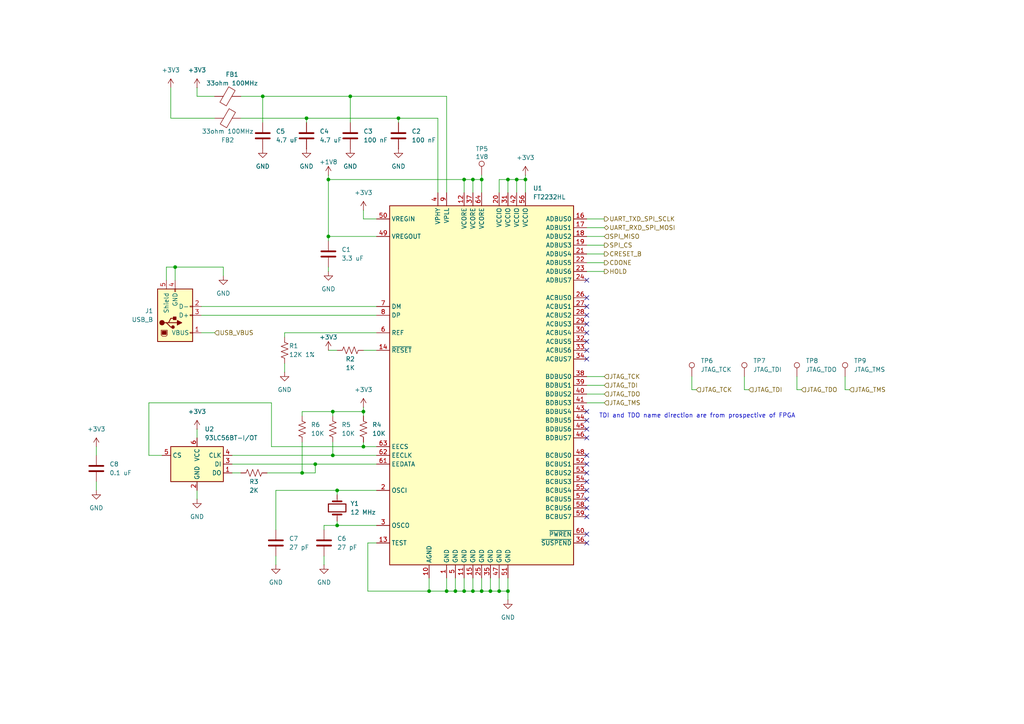
<source format=kicad_sch>
(kicad_sch (version 20231120) (generator "eeschema") (generator_version "8.0")
  (paper "A4")
  (lib_symbols
    (symbol "Connector:TestPoint" (pin_numbers hide) (pin_names (offset 0.762) hide)
      (property "Reference" "TP" (at 0 6.858 0))
      (property "Value" "TestPoint" (at 0 5.08 0))
      (symbol "TestPoint_0_1"
        (circle (center 0 3.302) (radius 0.762))
      )
      (symbol "TestPoint_1_1"
        (pin passive line (at 0 0 90) (length 2.54) (name "1") (number "1"))
      )
    )
    (symbol "Connector:USB_B" (pin_names (offset 1.016))
      (property "Reference" "J" (at -5.08 11.43 0))
      (property "Value" "USB_B" (at -5.08 8.89 0))
      (symbol "USB_B_0_1"
        (rectangle (start -5.08 -7.62) (end 5.08 7.62) (stroke (width 0.254)) (fill (type background)))
        (circle (center -3.81 2.159) (radius 0.635) (stroke (width 0.254)) (fill (type outline)))
        (rectangle (start -3.81 5.588) (end -2.54 4.572) (fill (type outline)))
        (circle (center -0.635 3.429) (radius 0.381) (stroke (width 0.254)) (fill (type outline)))
        (rectangle (start -0.127 -7.62) (end 0.127 -6.858))
        (polyline (pts (xy -1.905 2.159) (xy 0.635 2.159)) (stroke (width 0.254)))
        (polyline (pts (xy -3.175 2.159) (xy -2.54 2.159) (xy -1.27 3.429) (xy -0.635 3.429)) (stroke (width 0.254)))
        (polyline (pts (xy -2.54 2.159) (xy -1.905 2.159) (xy -1.27 0.889) (xy 0 0.889)) (stroke (width 0.254)))
        (polyline (pts (xy 0.635 2.794) (xy 0.635 1.524) (xy 1.905 2.159) (xy 0.635 2.794)) (stroke (width 0.254)) (fill (type outline)))
        (polyline (pts (xy -4.064 4.318) (xy -2.286 4.318) (xy -2.286 5.715) (xy -2.667 6.096) (xy -3.683 6.096) (xy -4.064 5.715) (xy -4.064 4.318)))
        (rectangle (start 0.254 1.27) (end -0.508 0.508) (stroke (width 0.254)) (fill (type outline)))
        (rectangle (start 5.08 -2.667) (end 4.318 -2.413))
        (rectangle (start 5.08 -0.127) (end 4.318 0.127))
        (rectangle (start 5.08 4.953) (end 4.318 5.207))
      )
      (symbol "USB_B_1_1"
        (pin power_out line (at 7.62 5.08 180) (length 2.54) (name "VBUS") (number "1"))
        (pin bidirectional line (at 7.62 -2.54 180) (length 2.54) (name "D-") (number "2"))
        (pin bidirectional line (at 7.62 0 180) (length 2.54) (name "D+") (number "3"))
        (pin power_out line (at 0 -10.16 90) (length 2.54) (name "GND") (number "4"))
        (pin passive line (at -2.54 -10.16 90) (length 2.54) (name "Shield") (number "5"))
      )
    )
    (symbol "Device:C" (pin_numbers hide) (pin_names (offset 0.254))
      (property "Reference" "C" (at 0.635 2.54 0))
      (property "Value" "C" (at 0.635 -2.54 0))
      (symbol "C_0_1"
        (polyline (pts (xy -2.032 -0.762) (xy 2.032 -0.762)) (stroke (width 0.508)))
        (polyline (pts (xy -2.032 0.762) (xy 2.032 0.762)) (stroke (width 0.508)))
      )
      (symbol "C_1_1"
        (pin passive line (at 0 3.81 270) (length 2.794) (name "~") (number "1"))
        (pin passive line (at 0 -3.81 90) (length 2.794) (name "~") (number "2"))
      )
    )
    (symbol "Device:Crystal" (pin_numbers hide) (pin_names (offset 1.016) hide)
      (property "Reference" "Y" (at 0 3.81 0))
      (property "Value" "Crystal" (at 0 -3.81 0))
      (symbol "Crystal_0_1"
        (rectangle (start -1.143 2.54) (end 1.143 -2.54) (stroke (width 0.3048)))
        (polyline (pts (xy -2.54 0) (xy -1.905 0)))
        (polyline (pts (xy -1.905 -1.27) (xy -1.905 1.27)) (stroke (width 0.508)))
        (polyline (pts (xy 1.905 -1.27) (xy 1.905 1.27)) (stroke (width 0.508)))
        (polyline (pts (xy 2.54 0) (xy 1.905 0)))
      )
      (symbol "Crystal_1_1"
        (pin passive line (at -3.81 0 0) (length 1.27) (name "1") (number "1"))
        (pin passive line (at 3.81 0 180) (length 1.27) (name "2") (number "2"))
      )
    )
    (symbol "Device:FerriteBead" (pin_numbers hide) (pin_names (offset 0))
      (property "Reference" "FB" (at -3.81 0.635 90))
      (property "Value" "FerriteBead" (at 3.81 0 90))
      (symbol "FerriteBead_0_1"
        (polyline (pts (xy 0 -1.27) (xy 0 -1.2192)))
        (polyline (pts (xy 0 1.27) (xy 0 1.2954)))
        (polyline (pts (xy -2.7686 0.4064) (xy -1.7018 2.2606) (xy 2.7686 -0.3048) (xy 1.6764 -2.159) (xy -2.7686 0.4064)))
      )
      (symbol "FerriteBead_1_1"
        (pin passive line (at 0 3.81 270) (length 2.54) (name "~") (number "1"))
        (pin passive line (at 0 -3.81 90) (length 2.54) (name "~") (number "2"))
      )
    )
    (symbol "Device:R_US" (pin_numbers hide) (pin_names (offset 0))
      (property "Reference" "R" (at 2.54 0 90))
      (property "Value" "R_US" (at -2.54 0 90))
      (symbol "R_US_0_1"
        (polyline (pts (xy 0 -2.286) (xy 0 -2.54)))
        (polyline (pts (xy 0 2.286) (xy 0 2.54)))
        (polyline (pts (xy 0 -0.762) (xy 1.016 -1.143) (xy 0 -1.524) (xy -1.016 -1.905) (xy 0 -2.286)))
        (polyline (pts (xy 0 0.762) (xy 1.016 0.381) (xy 0 0) (xy -1.016 -0.381) (xy 0 -0.762)))
        (polyline (pts (xy 0 2.286) (xy 1.016 1.905) (xy 0 1.524) (xy -1.016 1.143) (xy 0 0.762)))
      )
      (symbol "R_US_1_1"
        (pin passive line (at 0 3.81 270) (length 1.27) (name "~") (number "1"))
        (pin passive line (at 0 -3.81 90) (length 1.27) (name "~") (number "2"))
      )
    )
    (symbol "Interface_USB:FT2232HL"
      (property "Reference" "U" (at -26.67 53.34 0))
      (property "Value" "FT2232HL" (at 19.05 53.34 0))
      (symbol "FT2232HL_0_1"
        (rectangle (start -26.67 -52.07) (end 26.67 52.07) (stroke (width 0.254)) (fill (type background)))
      )
      (symbol "FT2232HL_1_1"
        (pin power_in line (at -10.16 -55.88 90) (length 3.81) (name "GND") (number "1"))
        (pin power_in line (at -15.24 -55.88 90) (length 3.81) (name "AGND") (number "10"))
        (pin power_in line (at -5.08 -55.88 90) (length 3.81) (name "GND") (number "11"))
        (pin power_in line (at -5.08 55.88 270) (length 3.81) (name "VCORE") (number "12"))
        (pin input line (at -30.48 -45.72 0) (length 3.81) (name "TEST") (number "13"))
        (pin input line (at -30.48 10.16 0) (length 3.81) (name "~{RESET}") (number "14"))
        (pin power_in line (at -2.54 -55.88 90) (length 3.81) (name "GND") (number "15"))
        (pin bidirectional line (at 30.48 48.26 180) (length 3.81) (name "ADBUS0") (number "16"))
        (pin bidirectional line (at 30.48 45.72 180) (length 3.81) (name "ADBUS1") (number "17"))
        (pin bidirectional line (at 30.48 43.18 180) (length 3.81) (name "ADBUS2") (number "18"))
        (pin bidirectional line (at 30.48 40.64 180) (length 3.81) (name "ADBUS3") (number "19"))
        (pin input line (at -30.48 -30.48 0) (length 3.81) (name "OSCI") (number "2"))
        (pin power_in line (at 5.08 55.88 270) (length 3.81) (name "VCCIO") (number "20"))
        (pin bidirectional line (at 30.48 38.1 180) (length 3.81) (name "ADBUS4") (number "21"))
        (pin bidirectional line (at 30.48 35.56 180) (length 3.81) (name "ADBUS5") (number "22"))
        (pin bidirectional line (at 30.48 33.02 180) (length 3.81) (name "ADBUS6") (number "23"))
        (pin bidirectional line (at 30.48 30.48 180) (length 3.81) (name "ADBUS7") (number "24"))
        (pin power_in line (at 0 -55.88 90) (length 3.81) (name "GND") (number "25"))
        (pin bidirectional line (at 30.48 25.4 180) (length 3.81) (name "ACBUS0") (number "26"))
        (pin bidirectional line (at 30.48 22.86 180) (length 3.81) (name "ACBUS1") (number "27"))
        (pin bidirectional line (at 30.48 20.32 180) (length 3.81) (name "ACBUS2") (number "28"))
        (pin bidirectional line (at 30.48 17.78 180) (length 3.81) (name "ACBUS3") (number "29"))
        (pin output line (at -30.48 -40.64 0) (length 3.81) (name "OSCO") (number "3"))
        (pin bidirectional line (at 30.48 15.24 180) (length 3.81) (name "ACBUS4") (number "30"))
        (pin power_in line (at 7.62 55.88 270) (length 3.81) (name "VCCIO") (number "31"))
        (pin bidirectional line (at 30.48 12.7 180) (length 3.81) (name "ACBUS5") (number "32"))
        (pin bidirectional line (at 30.48 10.16 180) (length 3.81) (name "ACBUS6") (number "33"))
        (pin bidirectional line (at 30.48 7.62 180) (length 3.81) (name "ACBUS7") (number "34"))
        (pin power_in line (at 2.54 -55.88 90) (length 3.81) (name "GND") (number "35"))
        (pin output line (at 30.48 -45.72 180) (length 3.81) (name "~{SUSPEND}") (number "36"))
        (pin power_in line (at -2.54 55.88 270) (length 3.81) (name "VCORE") (number "37"))
        (pin bidirectional line (at 30.48 2.54 180) (length 3.81) (name "BDBUS0") (number "38"))
        (pin bidirectional line (at 30.48 0 180) (length 3.81) (name "BDBUS1") (number "39"))
        (pin power_in line (at -12.7 55.88 270) (length 3.81) (name "VPHY") (number "4"))
        (pin bidirectional line (at 30.48 -2.54 180) (length 3.81) (name "BDBUS2") (number "40"))
        (pin bidirectional line (at 30.48 -5.08 180) (length 3.81) (name "BDBUS3") (number "41"))
        (pin power_in line (at 10.16 55.88 270) (length 3.81) (name "VCCIO") (number "42"))
        (pin bidirectional line (at 30.48 -7.62 180) (length 3.81) (name "BDBUS4") (number "43"))
        (pin bidirectional line (at 30.48 -10.16 180) (length 3.81) (name "BDBUS5") (number "44"))
        (pin bidirectional line (at 30.48 -12.7 180) (length 3.81) (name "BDBUS6") (number "45"))
        (pin bidirectional line (at 30.48 -15.24 180) (length 3.81) (name "BDBUS7") (number "46"))
        (pin power_in line (at 5.08 -55.88 90) (length 3.81) (name "GND") (number "47"))
        (pin bidirectional line (at 30.48 -20.32 180) (length 3.81) (name "BCBUS0") (number "48"))
        (pin power_out line (at -30.48 43.18 0) (length 3.81) (name "VREGOUT") (number "49"))
        (pin power_in line (at -7.62 -55.88 90) (length 3.81) (name "GND") (number "5"))
        (pin power_in line (at -30.48 48.26 0) (length 3.81) (name "VREGIN") (number "50"))
        (pin power_in line (at 7.62 -55.88 90) (length 3.81) (name "GND") (number "51"))
        (pin bidirectional line (at 30.48 -22.86 180) (length 3.81) (name "BCBUS1") (number "52"))
        (pin bidirectional line (at 30.48 -25.4 180) (length 3.81) (name "BCBUS2") (number "53"))
        (pin bidirectional line (at 30.48 -27.94 180) (length 3.81) (name "BCBUS3") (number "54"))
        (pin bidirectional line (at 30.48 -30.48 180) (length 3.81) (name "BCBUS4") (number "55"))
        (pin power_in line (at 12.7 55.88 270) (length 3.81) (name "VCCIO") (number "56"))
        (pin bidirectional line (at 30.48 -33.02 180) (length 3.81) (name "BCBUS5") (number "57"))
        (pin bidirectional line (at 30.48 -35.56 180) (length 3.81) (name "BCBUS6") (number "58"))
        (pin bidirectional line (at 30.48 -38.1 180) (length 3.81) (name "BCBUS7") (number "59"))
        (pin output line (at -30.48 15.24 0) (length 3.81) (name "REF") (number "6"))
        (pin output line (at 30.48 -43.18 180) (length 3.81) (name "~{PWREN}") (number "60"))
        (pin bidirectional line (at -30.48 -22.86 0) (length 3.81) (name "EEDATA") (number "61"))
        (pin output line (at -30.48 -20.32 0) (length 3.81) (name "EECLK") (number "62"))
        (pin output line (at -30.48 -17.78 0) (length 3.81) (name "EECS") (number "63"))
        (pin power_in line (at 0 55.88 270) (length 3.81) (name "VCORE") (number "64"))
        (pin bidirectional line (at -30.48 22.86 0) (length 3.81) (name "DM") (number "7"))
        (pin bidirectional line (at -30.48 20.32 0) (length 3.81) (name "DP") (number "8"))
        (pin input line (at -10.16 55.88 270) (length 3.81) (name "VPLL") (number "9"))
      )
    )
    (symbol "Memory_EEPROM:93LCxxBxxOT"
      (property "Reference" "U" (at -6.35 6.35 0))
      (property "Value" "93LCxxBxxOT" (at 7.62 -6.35 0))
      (symbol "93LCxxBxxOT_0_1"
        (rectangle (start -7.62 5.08) (end 7.62 -5.08) (stroke (width 0.254)) (fill (type background)))
      )
      (symbol "93LCxxBxxOT_1_1"
        (pin tri_state line (at 10.16 -2.54 180) (length 2.54) (name "DO") (number "1"))
        (pin power_in line (at 0 -7.62 90) (length 2.54) (name "GND") (number "2"))
        (pin input line (at 10.16 0 180) (length 2.54) (name "DI") (number "3"))
        (pin input line (at 10.16 2.54 180) (length 2.54) (name "CLK") (number "4"))
        (pin input line (at -10.16 2.54 0) (length 2.54) (name "CS") (number "5"))
        (pin power_in line (at 0 7.62 270) (length 2.54) (name "VCC") (number "6"))
      )
    )
    (symbol "power:+1V8" (power) (pin_numbers hide) (pin_names (offset 0) hide)
      (property "Value" "+1V8" (at 0 3.556 0))
      (symbol "+1V8_0_1"
        (polyline (pts (xy -0.762 1.27) (xy 0 2.54)))
        (polyline (pts (xy 0 0) (xy 0 2.54)))
        (polyline (pts (xy 0 2.54) (xy 0.762 1.27)))
      )
      (symbol "+1V8_1_1"
        (pin power_in line (at 0 0 90) (length 0) (name "~") (number "1"))
      )
    )
    (symbol "power:+3V3" (power) (pin_numbers hide) (pin_names (offset 0) hide)
      (property "Value" "+3V3" (at 0 3.556 0))
      (symbol "+3V3_0_1"
        (polyline (pts (xy -0.762 1.27) (xy 0 2.54)))
        (polyline (pts (xy 0 0) (xy 0 2.54)))
        (polyline (pts (xy 0 2.54) (xy 0.762 1.27)))
      )
      (symbol "+3V3_1_1"
        (pin power_in line (at 0 0 90) (length 0) (name "~") (number "1"))
      )
    )
    (symbol "power:GND" (power) (pin_numbers hide) (pin_names (offset 0) hide)
      (property "Value" "GND" (at 0 -3.81 0))
      (symbol "GND_0_1"
        (polyline (pts (xy 0 0) (xy 0 -1.27) (xy 1.27 -1.27) (xy 0 -2.54) (xy -1.27 -1.27) (xy 0 -1.27)))
      )
      (symbol "GND_1_1"
        (pin power_in line (at 0 0 270) (length 0) (name "~") (number "1"))
      )
    )
  )
  (junction (at 134.62 171.45))
  (junction (at 95.25 52.07))
  (junction (at 101.6 27.94))
  (junction (at 144.78 171.45))
  (junction (at 76.2 27.94))
  (junction (at 105.41 119.38))
  (junction (at 149.86 52.07))
  (junction (at 129.54 171.45))
  (junction (at 152.4 52.07))
  (junction (at 137.16 171.45))
  (junction (at 139.7 171.45))
  (junction (at 88.9 34.29))
  (junction (at 147.32 52.07))
  (junction (at 137.16 52.07))
  (junction (at 96.52 119.38))
  (junction (at 134.62 52.07))
  (junction (at 115.57 34.29))
  (junction (at 139.7 52.07))
  (junction (at 91.44 134.62))
  (junction (at 97.79 142.24))
  (junction (at 142.24 171.45))
  (junction (at 50.8 77.47))
  (junction (at 124.46 171.45))
  (junction (at 97.79 152.4))
  (junction (at 105.41 129.54))
  (junction (at 87.63 137.16))
  (junction (at 147.32 171.45))
  (junction (at 132.08 171.45))
  (junction (at 96.52 132.08))
  (junction (at 95.25 68.58))
  (no_connect (at 170.18 142.24))
  (no_connect (at 170.18 144.78))
  (no_connect (at 170.18 157.48))
  (no_connect (at 170.18 119.38))
  (no_connect (at 170.18 134.62))
  (no_connect (at 170.18 149.86))
  (no_connect (at 170.18 104.14))
  (no_connect (at 170.18 154.94))
  (no_connect (at 170.18 81.28))
  (no_connect (at 170.18 86.36))
  (no_connect (at 170.18 124.46))
  (no_connect (at 170.18 88.9))
  (no_connect (at 170.18 121.92))
  (no_connect (at 170.18 139.7))
  (no_connect (at 170.18 132.08))
  (no_connect (at 170.18 127))
  (no_connect (at 170.18 101.6))
  (no_connect (at 170.18 137.16))
  (no_connect (at 170.18 99.06))
  (no_connect (at 170.18 93.98))
  (no_connect (at 170.18 91.44))
  (no_connect (at 170.18 147.32))
  (no_connect (at 170.18 96.52))
  (wire (pts (xy 57.15 124.46) (xy 57.15 127)))
  (wire (pts (xy 139.7 52.07) (xy 137.16 52.07)))
  (wire (pts (xy 27.94 129.54) (xy 27.94 132.08)))
  (wire (pts (xy 97.79 151.13) (xy 97.79 152.4)))
  (wire (pts (xy 101.6 27.94) (xy 101.6 35.56)))
  (wire (pts (xy 69.85 27.94) (xy 76.2 27.94)))
  (wire (pts (xy 215.9 113.03) (xy 217.17 113.03)))
  (wire (pts (xy 170.18 114.3) (xy 175.26 114.3)))
  (wire (pts (xy 152.4 50.8) (xy 152.4 52.07)))
  (wire (pts (xy 215.9 109.22) (xy 215.9 113.03)))
  (wire (pts (xy 82.55 96.52) (xy 109.22 96.52)))
  (wire (pts (xy 67.31 132.08) (xy 96.52 132.08)))
  (wire (pts (xy 95.25 77.47) (xy 95.25 78.74)))
  (wire (pts (xy 139.7 55.88) (xy 139.7 52.07)))
  (wire (pts (xy 170.18 71.12) (xy 175.26 71.12)))
  (wire (pts (xy 132.08 171.45) (xy 134.62 171.45)))
  (wire (pts (xy 57.15 25.4) (xy 57.15 27.94)))
  (wire (pts (xy 129.54 167.64) (xy 129.54 171.45)))
  (wire (pts (xy 87.63 137.16) (xy 91.44 137.16)))
  (wire (pts (xy 109.22 157.48) (xy 106.68 157.48)))
  (wire (pts (xy 170.18 73.66) (xy 175.26 73.66)))
  (wire (pts (xy 137.16 55.88) (xy 137.16 52.07)))
  (wire (pts (xy 170.18 109.22) (xy 175.26 109.22)))
  (wire (pts (xy 106.68 157.48) (xy 106.68 171.45)))
  (wire (pts (xy 105.41 118.11) (xy 105.41 119.38)))
  (wire (pts (xy 105.41 129.54) (xy 109.22 129.54)))
  (wire (pts (xy 147.32 52.07) (xy 149.86 52.07)))
  (wire (pts (xy 139.7 167.64) (xy 139.7 171.45)))
  (wire (pts (xy 67.31 137.16) (xy 69.85 137.16)))
  (wire (pts (xy 144.78 55.88) (xy 144.78 52.07)))
  (wire (pts (xy 96.52 128.27) (xy 96.52 132.08)))
  (wire (pts (xy 170.18 63.5) (xy 175.26 63.5)))
  (wire (pts (xy 57.15 27.94) (xy 62.23 27.94)))
  (wire (pts (xy 115.57 34.29) (xy 88.9 34.29)))
  (wire (pts (xy 78.74 116.84) (xy 78.74 129.54)))
  (wire (pts (xy 149.86 55.88) (xy 149.86 52.07)))
  (wire (pts (xy 142.24 167.64) (xy 142.24 171.45)))
  (wire (pts (xy 87.63 128.27) (xy 87.63 137.16)))
  (wire (pts (xy 57.15 142.24) (xy 57.15 144.78)))
  (wire (pts (xy 88.9 34.29) (xy 88.9 35.56)))
  (wire (pts (xy 170.18 66.04) (xy 175.26 66.04)))
  (wire (pts (xy 82.55 97.79) (xy 82.55 96.52)))
  (wire (pts (xy 147.32 167.64) (xy 147.32 171.45)))
  (wire (pts (xy 80.01 153.67) (xy 80.01 142.24)))
  (wire (pts (xy 124.46 171.45) (xy 129.54 171.45)))
  (wire (pts (xy 245.11 109.22) (xy 245.11 113.03)))
  (wire (pts (xy 129.54 27.94) (xy 129.54 55.88)))
  (wire (pts (xy 95.25 101.6) (xy 97.79 101.6)))
  (wire (pts (xy 139.7 50.8) (xy 139.7 52.07)))
  (wire (pts (xy 200.66 113.03) (xy 201.93 113.03)))
  (wire (pts (xy 170.18 76.2) (xy 175.26 76.2)))
  (wire (pts (xy 147.32 171.45) (xy 147.32 173.99)))
  (wire (pts (xy 144.78 52.07) (xy 147.32 52.07)))
  (wire (pts (xy 80.01 142.24) (xy 97.79 142.24)))
  (wire (pts (xy 46.99 132.08) (xy 43.18 132.08)))
  (wire (pts (xy 96.52 132.08) (xy 109.22 132.08)))
  (wire (pts (xy 95.25 69.85) (xy 95.25 68.58)))
  (wire (pts (xy 58.42 91.44) (xy 109.22 91.44)))
  (wire (pts (xy 139.7 171.45) (xy 142.24 171.45)))
  (wire (pts (xy 88.9 34.29) (xy 69.85 34.29)))
  (wire (pts (xy 105.41 128.27) (xy 105.41 129.54)))
  (wire (pts (xy 97.79 143.51) (xy 97.79 142.24)))
  (wire (pts (xy 101.6 27.94) (xy 129.54 27.94)))
  (wire (pts (xy 142.24 171.45) (xy 144.78 171.45)))
  (wire (pts (xy 78.74 129.54) (xy 105.41 129.54)))
  (wire (pts (xy 76.2 27.94) (xy 101.6 27.94)))
  (wire (pts (xy 134.62 167.64) (xy 134.62 171.45)))
  (wire (pts (xy 97.79 142.24) (xy 109.22 142.24)))
  (wire (pts (xy 95.25 52.07) (xy 134.62 52.07)))
  (wire (pts (xy 245.11 113.03) (xy 246.38 113.03)))
  (wire (pts (xy 170.18 78.74) (xy 175.26 78.74)))
  (wire (pts (xy 43.18 132.08) (xy 43.18 116.84)))
  (wire (pts (xy 50.8 77.47) (xy 64.77 77.47)))
  (wire (pts (xy 147.32 55.88) (xy 147.32 52.07)))
  (wire (pts (xy 144.78 167.64) (xy 144.78 171.45)))
  (wire (pts (xy 231.14 113.03) (xy 232.41 113.03)))
  (wire (pts (xy 48.26 77.47) (xy 50.8 77.47)))
  (wire (pts (xy 43.18 116.84) (xy 78.74 116.84)))
  (wire (pts (xy 62.23 96.52) (xy 58.42 96.52)))
  (wire (pts (xy 115.57 34.29) (xy 127 34.29)))
  (wire (pts (xy 95.25 52.07) (xy 95.25 68.58)))
  (wire (pts (xy 134.62 171.45) (xy 137.16 171.45)))
  (wire (pts (xy 95.25 50.8) (xy 95.25 52.07)))
  (wire (pts (xy 200.66 109.22) (xy 200.66 113.03)))
  (wire (pts (xy 152.4 52.07) (xy 152.4 55.88)))
  (wire (pts (xy 137.16 167.64) (xy 137.16 171.45)))
  (wire (pts (xy 91.44 134.62) (xy 109.22 134.62)))
  (wire (pts (xy 124.46 167.64) (xy 124.46 171.45)))
  (wire (pts (xy 82.55 105.41) (xy 82.55 107.95)))
  (wire (pts (xy 48.26 81.28) (xy 48.26 77.47)))
  (wire (pts (xy 129.54 171.45) (xy 132.08 171.45)))
  (wire (pts (xy 58.42 88.9) (xy 109.22 88.9)))
  (wire (pts (xy 80.01 161.29) (xy 80.01 163.83)))
  (wire (pts (xy 134.62 55.88) (xy 134.62 52.07)))
  (wire (pts (xy 87.63 120.65) (xy 87.63 119.38)))
  (wire (pts (xy 95.25 68.58) (xy 109.22 68.58)))
  (wire (pts (xy 49.53 34.29) (xy 62.23 34.29)))
  (wire (pts (xy 105.41 101.6) (xy 109.22 101.6)))
  (wire (pts (xy 76.2 27.94) (xy 76.2 35.56)))
  (wire (pts (xy 106.68 171.45) (xy 124.46 171.45)))
  (wire (pts (xy 115.57 35.56) (xy 115.57 34.29)))
  (wire (pts (xy 93.98 152.4) (xy 97.79 152.4)))
  (wire (pts (xy 91.44 137.16) (xy 91.44 134.62)))
  (wire (pts (xy 49.53 25.4) (xy 49.53 34.29)))
  (wire (pts (xy 127 34.29) (xy 127 55.88)))
  (wire (pts (xy 105.41 63.5) (xy 109.22 63.5)))
  (wire (pts (xy 170.18 111.76) (xy 175.26 111.76)))
  (wire (pts (xy 97.79 152.4) (xy 109.22 152.4)))
  (wire (pts (xy 67.31 134.62) (xy 91.44 134.62)))
  (wire (pts (xy 93.98 163.83) (xy 93.98 161.29)))
  (wire (pts (xy 144.78 171.45) (xy 147.32 171.45)))
  (wire (pts (xy 93.98 153.67) (xy 93.98 152.4)))
  (wire (pts (xy 27.94 139.7) (xy 27.94 142.24)))
  (wire (pts (xy 170.18 116.84) (xy 175.26 116.84)))
  (wire (pts (xy 231.14 109.22) (xy 231.14 113.03)))
  (wire (pts (xy 170.18 68.58) (xy 175.26 68.58)))
  (wire (pts (xy 105.41 119.38) (xy 105.41 120.65)))
  (wire (pts (xy 77.47 137.16) (xy 87.63 137.16)))
  (wire (pts (xy 87.63 119.38) (xy 96.52 119.38)))
  (wire (pts (xy 137.16 52.07) (xy 134.62 52.07)))
  (wire (pts (xy 50.8 81.28) (xy 50.8 77.47)))
  (wire (pts (xy 96.52 119.38) (xy 105.41 119.38)))
  (wire (pts (xy 64.77 77.47) (xy 64.77 80.01)))
  (wire (pts (xy 105.41 60.96) (xy 105.41 63.5)))
  (wire (pts (xy 96.52 120.65) (xy 96.52 119.38)))
  (wire (pts (xy 149.86 52.07) (xy 152.4 52.07)))
  (wire (pts (xy 132.08 167.64) (xy 132.08 171.45)))
  (wire (pts (xy 137.16 171.45) (xy 139.7 171.45)))
  (text "TDI and TDO name direction are from prospective of FPGA" (at 173.736 121.412 0) (effects (font (size 1.27 1.27)) (justify left bottom)))
  (hierarchical_label "JTAG_TCK" (shape input) (at 201.93 113.03 0))
  (hierarchical_label "SPI_MISO" (shape input) (at 175.26 68.58 0))
  (hierarchical_label "JTAG_TCK" (shape input) (at 175.26 109.22 0))
  (hierarchical_label "JTAG_TDO" (shape input) (at 175.26 114.3 0))
  (hierarchical_label "JTAG_TMS" (shape input) (at 175.26 116.84 0))
  (hierarchical_label "USB_VBUS" (shape input) (at 62.23 96.52 0))
  (hierarchical_label "JTAG_TDI" (shape input) (at 175.26 111.76 0))
  (hierarchical_label "JTAG_TDI" (shape input) (at 217.17 113.03 0))
  (hierarchical_label "UART_RXD_SPI_MOSI" (shape bidirectional) (at 175.26 66.04 0))
  (hierarchical_label "JTAG_TMS" (shape input) (at 246.38 113.03 0))
  (hierarchical_label "UART_TXD_SPI_SCLK" (shape output) (at 175.26 63.5 0))
  (hierarchical_label "SPI_CS" (shape output) (at 175.26 71.12 0))
  (hierarchical_label "HOLD" (shape output) (at 175.26 78.74 0))
  (hierarchical_label "CDONE" (shape output) (at 175.26 76.2 0))
  (hierarchical_label "CRESET_B" (shape output) (at 175.26 73.66 0))
  (hierarchical_label "JTAG_TDO" (shape input) (at 232.41 113.03 0))
  (symbol (lib_id "power:+3V3") (at 57.15 124.46 0) (unit 1)
    (property "Reference" "#PWR016" (effects (hide yes)))
    (property "Value" "+3V3" (at 57.15 119.38 0))
    (property "Description" "Power symbol creates a global label with name \"+3V3\"" (effects (hide yes)))
  )
  (symbol (lib_id "Device:C") (at 95.25 73.66 0) (unit 1)
    (property "Reference" "C1" (at 99.06 72.39 0) (effects (justify left)))
    (property "Value" "3.3 uF" (at 99.06 74.93 0) (effects (justify left)))
    (property "Footprint" "Capacitor_SMD:C_0805_2012Metric_Pad1.18x1.45mm_HandSolder" (effects (hide yes)))
    (property "Description" "Unpolarized capacitor" (effects (hide yes)))
  )
  (symbol (lib_id "power:GND") (at 80.01 163.83 0) (unit 1)
    (property "Reference" "#PWR010" (effects (hide yes)))
    (property "Value" "GND" (at 80.01 168.91 0))
    (property "Description" "Power symbol creates a global label with name \"GND\" , ground" (effects (hide yes)))
  )
  (symbol (lib_id "Device:C") (at 115.57 39.37 0) (unit 1)
    (property "Reference" "C2" (at 119.38 38.1 0) (effects (justify left)))
    (property "Value" "100 nF" (at 119.38 40.64 0) (effects (justify left)))
    (property "Footprint" "Capacitor_SMD:C_0805_2012Metric_Pad1.18x1.45mm_HandSolder" (effects (hide yes)))
    (property "Description" "Unpolarized capacitor" (effects (hide yes)))
  )
  (symbol (lib_id "Device:R_US") (at 73.66 137.16 90) (unit 1)
    (property "Reference" "R3" (at 73.66 139.7 90))
    (property "Value" "2K" (at 73.66 142.24 90))
    (property "Footprint" "Resistor_SMD:R_0805_2012Metric_Pad1.20x1.40mm_HandSolder" (effects (hide yes)))
    (property "Description" "Resistor, US symbol" (effects (hide yes)))
  )
  (symbol (lib_id "power:+3V3") (at 95.25 101.6 0) (unit 1)
    (property "Reference" "#PWR013" (effects (hide yes)))
    (property "Value" "+3V3" (at 95.25 97.79 0))
    (property "Description" "Power symbol creates a global label with name \"+3V3\"" (effects (hide yes)))
  )
  (symbol (lib_id "Connector:TestPoint") (at 231.14 109.22 0) (unit 1)
    (property "Reference" "TP8" (at 233.68 104.6479 0) (effects (justify left)))
    (property "Value" "JTAG_TDO" (at 233.68 107.1879 0) (effects (justify left)))
    (property "Description" "test point" (effects (hide yes)))
  )
  (symbol (lib_id "power:GND") (at 57.15 144.78 0) (unit 1)
    (property "Reference" "#PWR017" (effects (hide yes)))
    (property "Value" "GND" (at 57.15 149.86 0))
    (property "Description" "Power symbol creates a global label with name \"GND\" , ground" (effects (hide yes)))
  )
  (symbol (lib_id "power:+3V3") (at 105.41 118.11 0) (unit 1)
    (property "Reference" "#PWR020" (effects (hide yes)))
    (property "Value" "+3V3" (at 105.41 113.03 0))
    (property "Description" "Power symbol creates a global label with name \"+3V3\"" (effects (hide yes)))
  )
  (symbol (lib_id "Device:C") (at 27.94 135.89 0) (unit 1)
    (property "Reference" "C8" (at 31.75 134.62 0) (effects (justify left)))
    (property "Value" "0.1 uF" (at 31.75 137.16 0) (effects (justify left)))
    (property "Footprint" "Capacitor_SMD:C_0805_2012Metric_Pad1.18x1.45mm_HandSolder" (effects (hide yes)))
    (property "Description" "Unpolarized capacitor" (effects (hide yes)))
  )
  (symbol (lib_id "power:+3V3") (at 105.41 60.96 0) (unit 1)
    (property "Reference" "#PWR021" (effects (hide yes)))
    (property "Value" "+3V3" (at 105.41 55.88 0))
    (property "Description" "Power symbol creates a global label with name \"+3V3\"" (effects (hide yes)))
  )
  (symbol (lib_id "power:GND") (at 95.25 78.74 0) (unit 1)
    (property "Reference" "#PWR025" (effects (hide yes)))
    (property "Value" "GND" (at 95.25 83.82 0))
    (property "Description" "Power symbol creates a global label with name \"GND\" , ground" (effects (hide yes)))
  )
  (symbol (lib_id "power:GND") (at 93.98 163.83 0) (unit 1)
    (property "Reference" "#PWR09" (effects (hide yes)))
    (property "Value" "GND" (at 93.98 168.91 0))
    (property "Description" "Power symbol creates a global label with name \"GND\" , ground" (effects (hide yes)))
  )
  (symbol (lib_id "power:+3V3") (at 27.94 129.54 0) (unit 1)
    (property "Reference" "#PWR018" (effects (hide yes)))
    (property "Value" "+3V3" (at 27.94 124.46 0))
    (property "Description" "Power symbol creates a global label with name \"+3V3\"" (effects (hide yes)))
  )
  (symbol (lib_id "power:+1V8") (at 95.25 50.8 0) (unit 1)
    (property "Reference" "#PWR01" (effects (hide yes)))
    (property "Value" "+1V8" (at 95.25 46.99 0))
    (property "Description" "Power symbol creates a global label with name \"+1V8\"" (effects (hide yes)))
  )
  (symbol (lib_id "Connector:TestPoint") (at 215.9 109.22 0) (unit 1)
    (property "Reference" "TP7" (at 218.44 104.6479 0) (effects (justify left)))
    (property "Value" "JTAG_TDI" (at 218.44 107.1879 0) (effects (justify left)))
    (property "Description" "test point" (effects (hide yes)))
  )
  (symbol (lib_id "power:+3V3") (at 152.4 50.8 0) (unit 1)
    (property "Reference" "#PWR02" (effects (hide yes)))
    (property "Value" "+3V3" (at 152.4 45.72 0))
    (property "Description" "Power symbol creates a global label with name \"+3V3\"" (effects (hide yes)))
  )
  (symbol (lib_id "power:GND") (at 101.6 43.18 0) (unit 1)
    (property "Reference" "#PWR06" (effects (hide yes)))
    (property "Value" "GND" (at 101.6 48.26 0))
    (property "Description" "Power symbol creates a global label with name \"GND\" , ground" (effects (hide yes)))
  )
  (symbol (lib_id "Device:R_US") (at 101.6 101.6 90) (unit 1)
    (property "Reference" "R2" (at 101.6 104.14 90))
    (property "Value" "1K" (at 101.6 106.68 90))
    (property "Footprint" "Resistor_SMD:R_0805_2012Metric_Pad1.20x1.40mm_HandSolder" (effects (hide yes)))
    (property "Description" "Resistor, US symbol" (effects (hide yes)))
  )
  (symbol (lib_id "Device:FerriteBead") (at 66.04 34.29 270) (unit 1)
    (property "Reference" "FB2" (at 66.04 40.64 90))
    (property "Value" "33ohm 100MHz" (at 66.04 38.1 90))
    (property "Description" "Ferrite bead" (effects (hide yes)))
  )
  (symbol (lib_id "power:GND") (at 82.55 107.95 0) (unit 1)
    (property "Reference" "#PWR012" (effects (hide yes)))
    (property "Value" "GND" (at 82.55 113.03 0))
    (property "Description" "Power symbol creates a global label with name \"GND\" , ground" (effects (hide yes)))
  )
  (symbol (lib_id "power:GND") (at 88.9 43.18 0) (unit 1)
    (property "Reference" "#PWR07" (effects (hide yes)))
    (property "Value" "GND" (at 88.9 48.26 0))
    (property "Description" "Power symbol creates a global label with name \"GND\" , ground" (effects (hide yes)))
  )
  (symbol (lib_id "power:+3V3") (at 57.15 25.4 0) (unit 1)
    (property "Reference" "#PWR03" (effects (hide yes)))
    (property "Value" "+3V3" (at 57.15 20.32 0))
    (property "Description" "Power symbol creates a global label with name \"+3V3\"" (effects (hide yes)))
  )
  (symbol (lib_id "Device:C") (at 93.98 157.48 0) (unit 1)
    (property "Reference" "C6" (at 97.79 156.21 0) (effects (justify left)))
    (property "Value" "27 pF" (at 97.79 158.75 0) (effects (justify left)))
    (property "Footprint" "Capacitor_SMD:C_0805_2012Metric_Pad1.18x1.45mm_HandSolder" (effects (hide yes)))
    (property "Description" "Unpolarized capacitor" (effects (hide yes)))
  )
  (symbol (lib_id "Device:R_US") (at 87.63 124.46 0) (unit 1)
    (property "Reference" "R6" (at 90.17 123.19 0) (effects (justify left)))
    (property "Value" "10K" (at 90.17 125.73 0) (effects (justify left)))
    (property "Footprint" "Resistor_SMD:R_0805_2012Metric_Pad1.20x1.40mm_HandSolder" (effects (hide yes)))
    (property "Description" "Resistor, US symbol" (effects (hide yes)))
  )
  (symbol (lib_id "Connector:USB_B") (at 50.8 91.44 0) (mirror x) (unit 1)
    (property "Reference" "J1" (at 44.45 90.17 0) (effects (justify right)))
    (property "Value" "USB_B" (at 44.45 92.71 0) (effects (justify right)))
    (property "Datasheet" " ~" (effects (hide yes)))
    (property "Description" "USB Type B connector" (effects (hide yes)))
  )
  (symbol (lib_id "Memory_EEPROM:93LCxxBxxOT") (at 57.15 134.62 0) (unit 1)
    (property "Reference" "U2" (at 59.3441 124.46 0) (effects (justify left)))
    (property "Value" "93LC56BT-I/OT" (at 59.3441 127 0) (effects (justify left)))
    (property "Footprint" "Package_TO_SOT_SMD:SOT-23-6" (effects (hide yes)))
    (property "Datasheet" "http://ww1.microchip.com/downloads/en/DeviceDoc/20001749K.pdf" (effects (hide yes)))
    (property "Description" "Serial EEPROM, 93 Series, 2.5V, SOT-23-6" (effects (hide yes)))
  )
  (symbol (lib_id "Device:C") (at 88.9 39.37 0) (unit 1)
    (property "Reference" "C4" (at 92.71 38.1 0) (effects (justify left)))
    (property "Value" "4.7 uF" (at 92.71 40.64 0) (effects (justify left)))
    (property "Footprint" "Capacitor_SMD:C_0805_2012Metric_Pad1.18x1.45mm_HandSolder" (effects (hide yes)))
    (property "Description" "Unpolarized capacitor" (effects (hide yes)))
  )
  (symbol (lib_id "power:+3V3") (at 49.53 25.4 0) (unit 1)
    (property "Reference" "#PWR04" (effects (hide yes)))
    (property "Value" "+3V3" (at 49.53 20.32 0))
    (property "Description" "Power symbol creates a global label with name \"+3V3\"" (effects (hide yes)))
  )
  (symbol (lib_id "Device:R_US") (at 82.55 101.6 0) (unit 1)
    (property "Reference" "R1" (at 83.82 100.33 0) (effects (justify left)))
    (property "Value" "12K 1%" (at 83.82 102.87 0) (effects (justify left)))
    (property "Footprint" "Resistor_SMD:R_0805_2012Metric_Pad1.20x1.40mm_HandSolder" (effects (hide yes)))
    (property "Description" "Resistor, US symbol" (effects (hide yes)))
  )
  (symbol (lib_id "Device:R_US") (at 105.41 124.46 0) (unit 1)
    (property "Reference" "R4" (at 107.95 123.19 0) (effects (justify left)))
    (property "Value" "10K" (at 107.95 125.73 0) (effects (justify left)))
    (property "Footprint" "Resistor_SMD:R_0805_2012Metric_Pad1.20x1.40mm_HandSolder" (effects (hide yes)))
    (property "Description" "Resistor, US symbol" (effects (hide yes)))
  )
  (symbol (lib_id "power:GND") (at 76.2 43.18 0) (unit 1)
    (property "Reference" "#PWR08" (effects (hide yes)))
    (property "Value" "GND" (at 76.2 48.26 0))
    (property "Description" "Power symbol creates a global label with name \"GND\" , ground" (effects (hide yes)))
  )
  (symbol (lib_id "power:GND") (at 115.57 43.18 0) (unit 1)
    (property "Reference" "#PWR05" (effects (hide yes)))
    (property "Value" "GND" (at 115.57 48.26 0))
    (property "Description" "Power symbol creates a global label with name \"GND\" , ground" (effects (hide yes)))
  )
  (symbol (lib_id "Device:C") (at 76.2 39.37 0) (unit 1)
    (property "Reference" "C5" (at 80.01 38.1 0) (effects (justify left)))
    (property "Value" "4.7 uF" (at 80.01 40.64 0) (effects (justify left)))
    (property "Footprint" "Capacitor_SMD:C_0805_2012Metric_Pad1.18x1.45mm_HandSolder" (effects (hide yes)))
    (property "Description" "Unpolarized capacitor" (effects (hide yes)))
  )
  (symbol (lib_id "power:GND") (at 27.94 142.24 0) (unit 1)
    (property "Reference" "#PWR019" (effects (hide yes)))
    (property "Value" "GND" (at 27.94 147.32 0))
    (property "Description" "Power symbol creates a global label with name \"GND\" , ground" (effects (hide yes)))
  )
  (symbol (lib_id "power:GND") (at 147.32 173.99 0) (unit 1)
    (property "Reference" "#PWR011" (effects (hide yes)))
    (property "Value" "GND" (at 147.32 179.07 0))
    (property "Description" "Power symbol creates a global label with name \"GND\" , ground" (effects (hide yes)))
  )
  (symbol (lib_id "Device:Crystal") (at 97.79 147.32 90) (unit 1)
    (property "Reference" "Y1" (at 101.6 146.05 90) (effects (justify right)))
    (property "Value" "12 MHz" (at 101.6 148.59 90) (effects (justify right)))
    (property "Description" "Two pin crystal" (effects (hide yes)))
  )
  (symbol (lib_id "Connector:TestPoint") (at 139.7 50.8 0) (unit 1)
    (property "Reference" "TP5" (at 137.922 43.18 0) (effects (justify left)))
    (property "Value" "1V8" (at 137.922 45.466 0) (effects (justify left)))
    (property "Description" "test point" (effects (hide yes)))
  )
  (symbol (lib_id "Device:C") (at 101.6 39.37 0) (unit 1)
    (property "Reference" "C3" (at 105.41 38.1 0) (effects (justify left)))
    (property "Value" "100 nF" (at 105.41 40.64 0) (effects (justify left)))
    (property "Footprint" "Capacitor_SMD:C_0805_2012Metric_Pad1.18x1.45mm_HandSolder" (effects (hide yes)))
    (property "Description" "Unpolarized capacitor" (effects (hide yes)))
  )
  (symbol (lib_id "Device:FerriteBead") (at 66.04 27.94 90) (unit 1)
    (property "Reference" "FB1" (at 67.31 21.59 90))
    (property "Value" "33ohm 100MHz" (at 67.31 24.13 90))
    (property "Description" "Ferrite bead" (effects (hide yes)))
  )
  (symbol (lib_id "power:GND") (at 64.77 80.01 0) (unit 1)
    (property "Reference" "#PWR015" (effects (hide yes)))
    (property "Value" "GND" (at 64.77 85.09 0))
    (property "Description" "Power symbol creates a global label with name \"GND\" , ground" (effects (hide yes)))
  )
  (symbol (lib_id "Device:C") (at 80.01 157.48 0) (unit 1)
    (property "Reference" "C7" (at 83.82 156.21 0) (effects (justify left)))
    (property "Value" "27 pF" (at 83.82 158.75 0) (effects (justify left)))
    (property "Footprint" "Capacitor_SMD:C_0805_2012Metric_Pad1.18x1.45mm_HandSolder" (effects (hide yes)))
    (property "Description" "Unpolarized capacitor" (effects (hide yes)))
  )
  (symbol (lib_id "Connector:TestPoint") (at 245.11 109.22 0) (unit 1)
    (property "Reference" "TP9" (at 247.65 104.6479 0) (effects (justify left)))
    (property "Value" "JTAG_TMS" (at 247.65 107.1879 0) (effects (justify left)))
    (property "Description" "test point" (effects (hide yes)))
  )
  (symbol (lib_id "Connector:TestPoint") (at 200.66 109.22 0) (unit 1)
    (property "Reference" "TP6" (at 203.2 104.6479 0) (effects (justify left)))
    (property "Value" "JTAG_TCK" (at 203.2 107.1879 0) (effects (justify left)))
    (property "Description" "test point" (effects (hide yes)))
  )
  (symbol (lib_id "Device:R_US") (at 96.52 124.46 0) (unit 1)
    (property "Reference" "R5" (at 99.06 123.19 0) (effects (justify left)))
    (property "Value" "10K" (at 99.06 125.73 0) (effects (justify left)))
    (property "Footprint" "Resistor_SMD:R_0805_2012Metric_Pad1.20x1.40mm_HandSolder" (effects (hide yes)))
    (property "Description" "Resistor, US symbol" (effects (hide yes)))
  )
  (symbol (lib_id "Interface_USB:FT2232HL") (at 139.7 111.76 0) (unit 1)
    (property "Reference" "U1" (at 154.5941 54.61 0) (effects (justify left)))
    (property "Value" "FT2232HL" (at 154.5941 57.15 0) (effects (justify left)))
    (property "Footprint" "Package_QFP:LQFP-64_10x10mm_P0.5mm" (effects (hide yes)))
    (property "Datasheet" "https://www.ftdichip.com/Support/Documents/DataSheets/ICs/DS_FT2232H.pdf" (effects (hide yes)))
    (property "Description" "Hi Speed Double Channel USB UART/FIFO, LQFP-64" (effects (hide yes)))
  )
)
</source>
